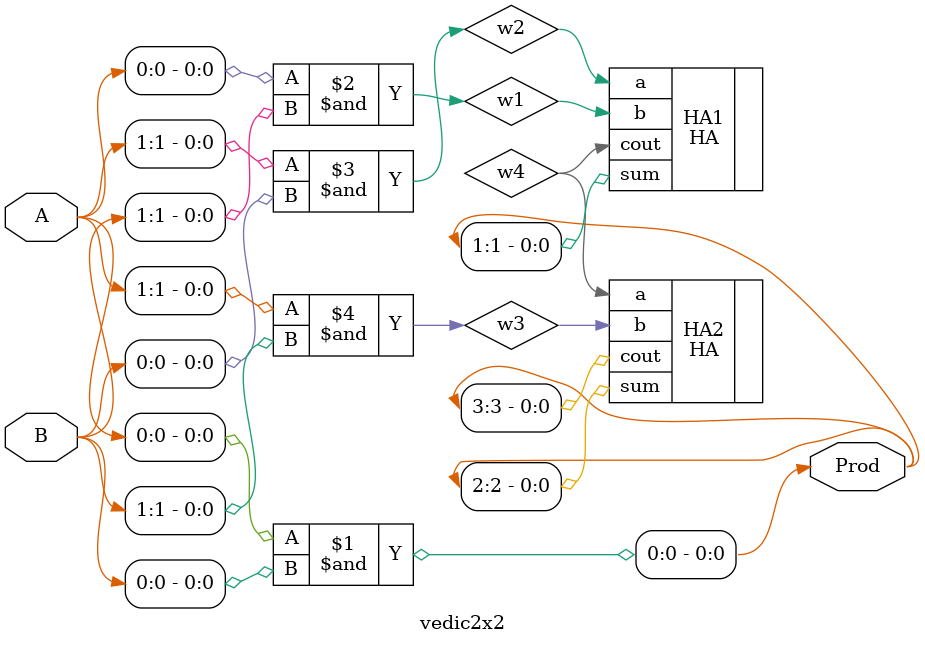
<source format=v>
`timescale 1ns / 1ps


module vedic2x2(A,B,Prod); 
    input [1:0]A,B; 
    output [3:0]Prod; 
    
    wire w1,w2,w3,w4; 
    
    assign Prod[0]=A[0]&B[0]; 
    assign w1=A[0]&B[1];
    assign w2=A[1]&B[0];
    assign w3=A[1]&B[1];  
    
    HA HA1(.a(w2),.b(w1),.sum(Prod[1]),.cout(w4));
    HA HA2(.a(w4),.b(w3),.sum(Prod[2]),.cout(Prod[3]));
    
    
endmodule

</source>
